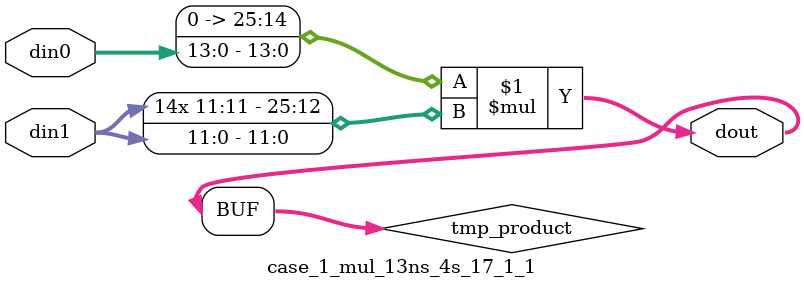
<source format=v>

`timescale 1 ns / 1 ps

 (* use_dsp = "no" *)  module case_1_mul_13ns_4s_17_1_1(din0, din1, dout);
parameter ID = 1;
parameter NUM_STAGE = 0;
parameter din0_WIDTH = 14;
parameter din1_WIDTH = 12;
parameter dout_WIDTH = 26;

input [din0_WIDTH - 1 : 0] din0; 
input [din1_WIDTH - 1 : 0] din1; 
output [dout_WIDTH - 1 : 0] dout;

wire signed [dout_WIDTH - 1 : 0] tmp_product;

























assign tmp_product = $signed({1'b0, din0}) * $signed(din1);










assign dout = tmp_product;





















endmodule

</source>
